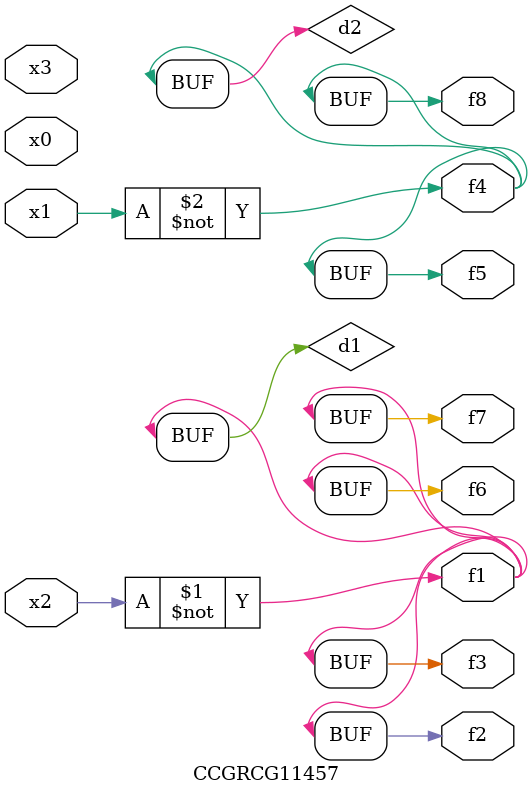
<source format=v>
module CCGRCG11457(
	input x0, x1, x2, x3,
	output f1, f2, f3, f4, f5, f6, f7, f8
);

	wire d1, d2;

	xnor (d1, x2);
	not (d2, x1);
	assign f1 = d1;
	assign f2 = d1;
	assign f3 = d1;
	assign f4 = d2;
	assign f5 = d2;
	assign f6 = d1;
	assign f7 = d1;
	assign f8 = d2;
endmodule

</source>
